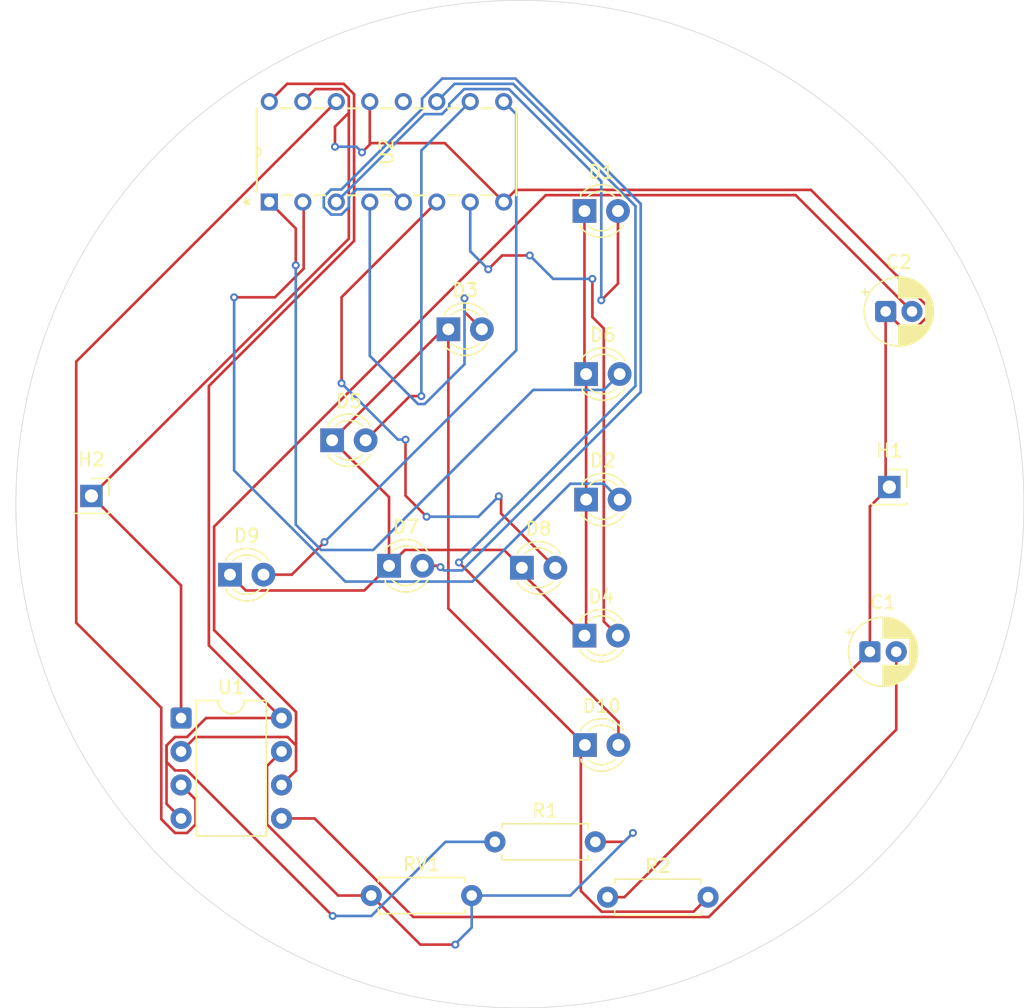
<source format=kicad_pcb>
(kicad_pcb (version 20241229) (generator "pcbnew") (generator_version "9.0")
  (layers (0 "F.Cu" signal) (2 "B.Cu" signal) (13 "F.Paste" user) (15 "B.Paste" user) (5 "F.SilkS" user "F.Silkscreen") (7 "B.SilkS" user "B.Silkscreen") (1 "F.Mask" user) (3 "B.Mask" user) (25 "Edge.Cuts" user))
  (net 0 "")
  (net 1 "GND")
  (net 2 "Net-(U1-CV)")
  (net 3 "TR")
  (net 4 "Net-(D1-K)")
  (net 5 "Net-(D1-A)")
  (net 6 "Net-(D2-A)")
  (net 7 "Net-(D3-A)")
  (net 8 "Net-(D4-A)")
  (net 9 "Net-(D5-A)")
  (net 10 "Net-(D6-A)")
  (net 11 "Net-(D7-A)")
  (net 12 "Net-(D8-A)")
  (net 13 "Net-(D9-A)")
  (net 14 "Net-(D10-A)")
  (net 15 "Net-(U1-DIS)")
  (net 16 "+5V")
  (net 17 "OUT")
  (footprint "rand:N16" (layer "F.Cu") (at 98.25 55.575 90)
    (property "Reference" "U2" (at -3.81 -8.89 90) (layer "F.SilkS"))
    (property "Value" "4017")
    (fp_text user "*" (at -7.62 -19.1897 90) (layer "F.SilkS"))
    (fp_text user "*" (at -7.62 -19.1897 90) (layer "F.SilkS"))
    (pad "1" thru_hole rect (at -7.62 -17.78 90) (size 1.2954 1.2954) (drill 0.7874) (layers "*.Cu" "*.Mask") (net 10 "Net-(D6-A)"))
    (pad "2" thru_hole circle (at -7.62 -15.24 90) (size 1.2954 1.2954) (drill 0.7874) (layers "*.Cu" "*.Mask") (net 6 "Net-(D2-A)"))
    (pad "3" thru_hole circle (at -7.62 -12.7 90) (size 1.2954 1.2954) (drill 0.7874) (layers "*.Cu" "*.Mask") (net 5 "Net-(D1-A)"))
    (pad "4" thru_hole circle (at -7.62 -10.16 90) (size 1.2954 1.2954) (drill 0.7874) (layers "*.Cu" "*.Mask") (net 7 "Net-(D3-A)"))
    (pad "5" thru_hole circle (at -7.62 -7.62 90) (size 1.2954 1.2954) (drill 0.7874) (layers "*.Cu" "*.Mask") (net 11 "Net-(D7-A)"))
    (pad "6" thru_hole circle (at -7.62 -5.08 90) (size 1.2954 1.2954) (drill 0.7874) (layers "*.Cu" "*.Mask") (net 12 "Net-(D8-A)"))
    (pad "7" thru_hole circle (at -7.62 -2.54 90) (size 1.2954 1.2954) (drill 0.7874) (layers "*.Cu" "*.Mask") (net 8 "Net-(D4-A)"))
    (pad "8" thru_hole circle (at -7.62 0 90) (size 1.2954 1.2954) (drill 0.7874) (layers "*.Cu" "*.Mask") (net 1 "GND"))
    (pad "9" thru_hole circle (at 0 0 90) (size 1.2954 1.2954) (drill 0.7874) (layers "*.Cu" "*.Mask") (net 13 "Net-(D9-A)"))
    (pad "10" thru_hole circle (at 0 -2.54 90) (size 1.2954 1.2954) (drill 0.7874) (layers "*.Cu" "*.Mask") (net 9 "Net-(D5-A)"))
    (pad "11" thru_hole circle (at 0 -5.08 90) (size 1.2954 1.2954) (drill 0.7874) (layers "*.Cu" "*.Mask") (net 14 "Net-(D10-A)"))
    (pad "12" thru_hole circle (at 0 -7.62 90) (size 1.2954 1.2954) (drill 0.7874) (layers "*.Cu" "*.Mask"))
    (pad "13" thru_hole circle (at 0 -10.16 90) (size 1.2954 1.2954) (drill 0.7874) (layers "*.Cu" "*.Mask") (net 1 "GND"))
    (pad "14" thru_hole circle (at 0 -12.7 90) (size 1.2954 1.2954) (drill 0.7874) (layers "*.Cu" "*.Mask") (net 17 "OUT"))
    (pad "15" thru_hole circle (at 0 -15.24 90) (size 1.2954 1.2954) (drill 0.7874) (layers "*.Cu" "*.Mask") (net 1 "GND"))
    (pad "16" thru_hole circle (at 0 -17.78 90) (size 1.2954 1.2954) (drill 0.7874) (layers "*.Cu" "*.Mask") (net 16 "+5V"))
  )
  (footprint "LED_THT:LED_D3.0mm" (layer "F.Cu") (at 94.05 72.85)
    (property "Reference" "D3" (at 1.27 -2.96 0) (layer "F.SilkS"))
    (property "Value" "LED")
    (pad "1" thru_hole rect (at 0 0) (size 1.8 1.8) (drill 0.9) (layers "*.Cu" "*.Mask") (net 4 "Net-(D1-K)"))
    (pad "2" thru_hole circle (at 2.54 0) (size 1.8 1.8) (drill 0.9) (layers "*.Cu" "*.Mask") (net 7 "Net-(D3-A)"))
  )
  (footprint "LED_THT:LED_D3.0mm" (layer "F.Cu") (at 104.5 85.775)
    (property "Reference" "D2" (at 1.27 -2.96 0) (layer "F.SilkS"))
    (property "Value" "LED")
    (pad "1" thru_hole rect (at 0 0) (size 1.8 1.8) (drill 0.9) (layers "*.Cu" "*.Mask") (net 4 "Net-(D1-K)"))
    (pad "2" thru_hole circle (at 2.54 0) (size 1.8 1.8) (drill 0.9) (layers "*.Cu" "*.Mask") (net 6 "Net-(D2-A)"))
  )
  (footprint "LED_THT:LED_D3.0mm" (layer "F.Cu") (at 85.235 81.275)
    (property "Reference" "D5" (at 1.27 -2.96 0) (layer "F.SilkS"))
    (property "Value" "LED")
    (pad "1" thru_hole rect (at 0 0) (size 1.8 1.8) (drill 0.9) (layers "*.Cu" "*.Mask") (net 4 "Net-(D1-K)"))
    (pad "2" thru_hole circle (at 2.54 0) (size 1.8 1.8) (drill 0.9) (layers "*.Cu" "*.Mask") (net 9 "Net-(D5-A)"))
  )
  (footprint "Capacitor_THT:CP_Radial_D5.0mm_P2.00mm" (layer "F.Cu") (at 126.025 97.325)
    (property "Reference" "C1" (at 1 -3.75 0) (layer "F.SilkS"))
    (property "Value" "0.01 uF")
    (pad "1" thru_hole roundrect (at 0 0) (size 1.6 1.6) (drill 0.8) (layers "*.Cu" "*.Mask") (roundrect_rratio 0.15625) (net 1 "GND"))
    (pad "2" thru_hole circle (at 2 0) (size 1.6 1.6) (drill 0.8) (layers "*.Cu" "*.Mask") (net 2 "Net-(U1-CV)"))
  )
  (footprint "Capacitor_THT:CP_Radial_D5.0mm_P2.00mm" (layer "F.Cu") (at 127.219888 71.5)
    (property "Reference" "C2" (at 1 -3.75 0) (layer "F.SilkS"))
    (property "Value" "1 uF")
    (pad "1" thru_hole roundrect (at 0 0) (size 1.6 1.6) (drill 0.8) (layers "*.Cu" "*.Mask") (roundrect_rratio 0.15625) (net 1 "GND"))
    (pad "2" thru_hole circle (at 2 0) (size 1.6 1.6) (drill 0.8) (layers "*.Cu" "*.Mask") (net 3 "TR"))
  )
  (footprint "Resistor_THT:R_Axial_DIN0207_L6.3mm_D2.5mm_P7.62mm_Horizontal" (layer "F.Cu") (at 88.2 115.825)
    (property "Reference" "RV1" (at 3.81 -2.37 0) (layer "F.SilkS"))
    (property "Value" "50k")
    (pad "1" thru_hole circle (at 0 0) (size 1.6 1.6) (drill 0.8) (layers "*.Cu" "*.Mask") (net 15 "Net-(U1-DIS)"))
    (pad "2" thru_hole circle (at 7.62 0) (size 1.6 1.6) (drill 0.8) (layers "*.Cu" "*.Mask") (net 15 "Net-(U1-DIS)"))
  )
  (footprint "Package_DIP:DIP-8_W7.62mm" (layer "F.Cu") (at 73.775 102.355)
    (property "Reference" "U1" (at 3.81 -2.33 0) (layer "F.SilkS"))
    (property "Value" "NE555P")
    (pad "1" thru_hole roundrect (at 0 0) (size 1.6 1.6) (drill 0.8) (layers "*.Cu" "*.Mask") (roundrect_rratio 0.15625) (net 1 "GND"))
    (pad "2" thru_hole circle (at 0 2.54) (size 1.6 1.6) (drill 0.8) (layers "*.Cu" "*.Mask") (net 3 "TR"))
    (pad "3" thru_hole circle (at 0 5.08) (size 1.6 1.6) (drill 0.8) (layers "*.Cu" "*.Mask") (net 17 "OUT"))
    (pad "4" thru_hole circle (at 0 7.62) (size 1.6 1.6) (drill 0.8) (layers "*.Cu" "*.Mask") (net 16 "+5V"))
    (pad "5" thru_hole circle (at 7.62 7.62) (size 1.6 1.6) (drill 0.8) (layers "*.Cu" "*.Mask") (net 2 "Net-(U1-CV)"))
    (pad "6" thru_hole circle (at 7.62 5.08) (size 1.6 1.6) (drill 0.8) (layers "*.Cu" "*.Mask") (net 3 "TR"))
    (pad "7" thru_hole circle (at 7.62 2.54) (size 1.6 1.6) (drill 0.8) (layers "*.Cu" "*.Mask") (net 15 "Net-(U1-DIS)"))
    (pad "8" thru_hole circle (at 7.62 0) (size 1.6 1.6) (drill 0.8) (layers "*.Cu" "*.Mask") (net 16 "+5V"))
  )
  (footprint "Resistor_THT:R_Axial_DIN0207_L6.3mm_D2.5mm_P7.62mm_Horizontal" (layer "F.Cu") (at 97.58 111.75)
    (property "Reference" "R1" (at 3.81 -2.37 0) (layer "F.SilkS"))
    (property "Value" "1K")
    (pad "1" thru_hole circle (at 0 0) (size 1.6 1.6) (drill 0.8) (layers "*.Cu" "*.Mask") (net 16 "+5V"))
    (pad "2" thru_hole circle (at 7.62 0) (size 1.6 1.6) (drill 0.8) (layers "*.Cu" "*.Mask") (net 15 "Net-(U1-DIS)"))
  )
  (footprint "LED_THT:LED_D3.0mm" (layer "F.Cu") (at 104.41 104.4)
    (property "Reference" "D10" (at 1.27 -2.96 0) (layer "F.SilkS"))
    (property "Value" "LED")
    (pad "1" thru_hole rect (at 0 0) (size 1.8 1.8) (drill 0.9) (layers "*.Cu" "*.Mask") (net 4 "Net-(D1-K)"))
    (pad "2" thru_hole circle (at 2.54 0) (size 1.8 1.8) (drill 0.9) (layers "*.Cu" "*.Mask") (net 14 "Net-(D10-A)"))
  )
  (footprint "Resistor_THT:R_Axial_DIN0207_L6.3mm_D2.5mm_P7.62mm_Horizontal" (layer "F.Cu") (at 106.13 115.95)
    (property "Reference" "R2" (at 3.81 -2.37 0) (layer "F.SilkS"))
    (property "Value" "470")
    (pad "1" thru_hole circle (at 0 0) (size 1.6 1.6) (drill 0.8) (layers "*.Cu" "*.Mask") (net 1 "GND"))
    (pad "2" thru_hole circle (at 7.62 0) (size 1.6 1.6) (drill 0.8) (layers "*.Cu" "*.Mask") (net 4 "Net-(D1-K)"))
  )
  (footprint "Connector_PinSocket_2.54mm:PinSocket_1x01_P2.54mm_Vertical" (layer "F.Cu") (at 127.5 84.825)
    (property "Reference" "H1" (at 0 -2.77 0) (layer "F.SilkS"))
    (property "Value" "MountingHole_Pad")
    (pad "1" thru_hole rect (at 0 0) (size 1.7 1.7) (drill 1) (layers "*.Cu" "*.Mask") (net 1 "GND"))
  )
  (footprint "Connector_PinSocket_2.54mm:PinSocket_1x01_P2.54mm_Vertical" (layer "F.Cu") (at 66.975 85.5)
    (property "Reference" "H2" (at 0 -2.77 0) (layer "F.SilkS"))
    (property "Value" "MountingHole_Pad")
    (pad "1" thru_hole rect (at 0 0) (size 1.7 1.7) (drill 1) (layers "*.Cu" "*.Mask") (net 1 "GND"))
  )
  (footprint "LED_THT:LED_D3.0mm" (layer "F.Cu") (at 104.375 63.875)
    (property "Reference" "D1" (at 1.27 -2.96 0) (layer "F.SilkS"))
    (property "Value" "LED")
    (pad "1" thru_hole rect (at 0 0) (size 1.8 1.8) (drill 0.9) (layers "*.Cu" "*.Mask") (net 4 "Net-(D1-K)"))
    (pad "2" thru_hole circle (at 2.54 0) (size 1.8 1.8) (drill 0.9) (layers "*.Cu" "*.Mask") (net 5 "Net-(D1-A)"))
  )
  (footprint "LED_THT:LED_D3.0mm" (layer "F.Cu") (at 77.485 91.475)
    (property "Reference" "D9" (at 1.27 -2.96 0) (layer "F.SilkS"))
    (property "Value" "LED")
    (pad "1" thru_hole rect (at 0 0) (size 1.8 1.8) (drill 0.9) (layers "*.Cu" "*.Mask") (net 4 "Net-(D1-K)"))
    (pad "2" thru_hole circle (at 2.54 0) (size 1.8 1.8) (drill 0.9) (layers "*.Cu" "*.Mask") (net 13 "Net-(D9-A)"))
  )
  (footprint "LED_THT:LED_D3.0mm" (layer "F.Cu") (at 104.5 76.25)
    (property "Reference" "D6" (at 1.27 -2.96 0) (layer "F.SilkS"))
    (property "Value" "LED")
    (pad "1" thru_hole rect (at 0 0) (size 1.8 1.8) (drill 0.9) (layers "*.Cu" "*.Mask") (net 4 "Net-(D1-K)"))
    (pad "2" thru_hole circle (at 2.54 0) (size 1.8 1.8) (drill 0.9) (layers "*.Cu" "*.Mask") (net 10 "Net-(D6-A)"))
  )
  (footprint "LED_THT:LED_D3.0mm" (layer "F.Cu") (at 89.55 90.8)
    (property "Reference" "D7" (at 1.27 -2.96 0) (layer "F.SilkS"))
    (property "Value" "LED")
    (pad "1" thru_hole rect (at 0 0) (size 1.8 1.8) (drill 0.9) (layers "*.Cu" "*.Mask") (net 4 "Net-(D1-K)"))
    (pad "2" thru_hole circle (at 2.54 0) (size 1.8 1.8) (drill 0.9) (layers "*.Cu" "*.Mask") (net 11 "Net-(D7-A)"))
  )
  (footprint "LED_THT:LED_D3.0mm" (layer "F.Cu") (at 104.375 96.1)
    (property "Reference" "D4" (at 1.27 -2.96 0) (layer "F.SilkS"))
    (property "Value" "LED")
    (pad "1" thru_hole rect (at 0 0) (size 1.8 1.8) (drill 0.9) (layers "*.Cu" "*.Mask") (net 4 "Net-(D1-K)"))
    (pad "2" thru_hole circle (at 2.54 0) (size 1.8 1.8) (drill 0.9) (layers "*.Cu" "*.Mask") (net 8 "Net-(D4-A)"))
  )
  (footprint "LED_THT:LED_D3.0mm" (layer "F.Cu") (at 99.625 90.95)
    (property "Reference" "D8" (at 1.27 -2.96 0) (layer "F.SilkS"))
    (property "Value" "LED")
    (pad "1" thru_hole rect (at 0 0) (size 1.8 1.8) (drill 0.9) (layers "*.Cu" "*.Mask") (net 4 "Net-(D1-K)"))
    (pad "2" thru_hole circle (at 2.54 0) (size 1.8 1.8) (drill 0.9) (layers "*.Cu" "*.Mask") (net 12 "Net-(D8-A)"))
  )
  (gr_circle (center 99.475 86.119768) (end 137.7 86.85) (stroke (width 0.05)) (fill no) (layer "Edge.Cuts"))
  (segment (start 127.219888 84.544888) (end 127.5 84.825) (width 0.2) (layer "F.Cu") (net 1))
  (segment (start 129.675938 72.601) (end 130.320888 71.95605) (width 0.2) (layer "F.Cu") (net 1))
  (segment (start 88.09 58.725) (end 88.09 58.8347) (width 0.2) (layer "F.Cu") (net 1))
  (segment (start 128.320888 72.601) (end 129.675938 72.601) (width 0.2) (layer "F.Cu") (net 1))
  (segment (start 86.4987 65.9763) (end 86.4987 56.425) (width 0.2) (layer "F.Cu") (net 1))
  (segment (start 127.219888 71.5) (end 128.320888 72.601) (width 0.2) (layer "F.Cu") (net 1))
  (segment (start 85.45 57.4737) (end 86.4987 56.425) (width 0.2) (layer "F.Cu") (net 1))
  (segment (start 86.4987 55.182035) (end 85.942965 54.6263) (width 0.2) (layer "F.Cu") (net 1))
  (segment (start 88.09 55.575) (end 88.09 58.725) (width 0.2) (layer "F.Cu") (net 1))
  (segment (start 85.45 59) (end 85.45 57.4737) (width 0.2) (layer "F.Cu") (net 1))
  (segment (start 85.942965 54.6263) (end 83.9587 54.6263) (width 0.2) (layer "F.Cu") (net 1))
  (segment (start 88.09 58.8347) (end 87.4997 59.425) (width 0.2) (layer "F.Cu") (net 1))
  (segment (start 126.025 97.325) (end 126.025 86.3) (width 0.2) (layer "F.Cu") (net 1))
  (segment (start 83.9587 54.6263) (end 83.01 55.575) (width 0.2) (layer "F.Cu") (net 1))
  (segment (start 126.025 86.3) (end 127.5 84.825) (width 0.2) (layer "F.Cu") (net 1))
  (segment (start 73.775 102.355) (end 73.775 92.3) (width 0.2) (layer "F.Cu") (net 1))
  (segment (start 66.975 85.5) (end 86.4987 65.9763) (width 0.2) (layer "F.Cu") (net 1))
  (segment (start 86.4987 56.425) (end 86.4987 55.182035) (width 0.2) (layer "F.Cu") (net 1))
  (segment (start 99.172 62.273) (end 98.25 63.195) (width 0.2) (layer "F.Cu") (net 1))
  (segment (start 73.775 92.3) (end 66.975 85.5) (width 0.2) (layer "F.Cu") (net 1))
  (segment (start 106.13 115.95) (end 107.4 115.95) (width 0.2) (layer "F.Cu") (net 1))
  (segment (start 130.320888 71.04395) (end 121.549938 62.273) (width 0.2) (layer "F.Cu") (net 1))
  (segment (start 93.78 58.725) (end 88.09 58.725) (width 0.2) (layer "F.Cu") (net 1))
  (segment (start 127.219888 71.5) (end 127.219888 84.544888) (width 0.2) (layer "F.Cu") (net 1))
  (segment (start 107.4 115.95) (end 126.025 97.325) (width 0.2) (layer "F.Cu") (net 1))
  (segment (start 121.549938 62.273) (end 99.172 62.273) (width 0.2) (layer "F.Cu") (net 1))
  (segment (start 98.25 63.195) (end 93.78 58.725) (width 0.2) (layer "F.Cu") (net 1))
  (segment (start 130.320888 71.95605) (end 130.320888 71.04395) (width 0.2) (layer "F.Cu") (net 1))
  (via (at 85.45 59) (size 0.6) (drill 0.3) (layers "F.Cu" "B.Cu") (net 1))
  (via (at 87.4997 59.425) (size 0.6) (drill 0.3) (layers "F.Cu" "B.Cu") (net 1))
  (segment (start 87.4997 59.425) (end 87.0747 59) (width 0.2) (layer "B.Cu") (net 1))
  (segment (start 87.0747 59) (end 85.45 59) (width 0.2) (layer "B.Cu") (net 1))
  (segment (start 83.90705 109.975) (end 81.395 109.975) (width 0.2) (layer "F.Cu") (net 2))
  (segment (start 128.025 97.325) (end 128.025 103.23205) (width 0.2) (layer "F.Cu") (net 2))
  (segment (start 91.38405 117.452) (end 83.90705 109.975) (width 0.2) (layer "F.Cu") (net 2))
  (segment (start 128.025 103.23205) (end 113.80505 117.452) (width 0.2) (layer "F.Cu") (net 2))
  (segment (start 113.80505 117.452) (end 91.38405 117.452) (width 0.2) (layer "F.Cu") (net 2))
  (segment (start 82.496 104.329) (end 82.441025 104.383975) (width 0.2) (layer "F.Cu") (net 3))
  (segment (start 82.496 106.334) (end 82.496 104.43895) (width 0.2) (layer "F.Cu") (net 3))
  (segment (start 81.395 107.435) (end 82.496 106.334) (width 0.2) (layer "F.Cu") (net 3))
  (segment (start 76.284 87.824) (end 76.284 95.68695) (width 0.2) (layer "F.Cu") (net 3))
  (segment (start 82.496 104.43895) (end 82.441025 104.383975) (width 0.2) (layer "F.Cu") (net 3))
  (segment (start 81.85105 103.794) (end 74.876 103.794) (width 0.2) (layer "F.Cu") (net 3))
  (segment (start 101.434 62.674) (end 76.284 87.824) (width 0.2) (layer "F.Cu") (net 3))
  (segment (start 120.393888 62.674) (end 101.434 62.674) (width 0.2) (layer "F.Cu") (net 3))
  (segment (start 76.284 95.68695) (end 82.496 101.89895) (width 0.2) (layer "F.Cu") (net 3))
  (segment (start 74.876 103.794) (end 73.775 104.895) (width 0.2) (layer "F.Cu") (net 3))
  (segment (start 82.441025 104.383975) (end 81.85105 103.794) (width 0.2) (layer "F.Cu") (net 3))
  (segment (start 82.496 101.89895) (end 82.496 104.329) (width 0.2) (layer "F.Cu") (net 3))
  (segment (start 129.219888 71.5) (end 120.393888 62.674) (width 0.2) (layer "F.Cu") (net 3))
  (segment (start 87.674 92.676) (end 78.686 92.676) (width 0.2) (layer "F.Cu") (net 4))
  (segment (start 112.649 117.051) (end 105.67395 117.051) (width 0.2) (layer "F.Cu") (net 4))
  (segment (start 104.5 76.25) (end 104.5 85.775) (width 0.2) (layer "F.Cu") (net 4))
  (segment (start 93.66 72.85) (end 94.05 72.85) (width 0.2) (layer "F.Cu") (net 4))
  (segment (start 104.5 95.975) (end 104.375 96.1) (width 0.2) (layer "F.Cu") (net 4))
  (segment (start 85.235 81.275) (end 93.66 72.85) (width 0.2) (layer "F.Cu") (net 4))
  (segment (start 78.686 92.676) (end 77.485 91.475) (width 0.2) (layer "F.Cu") (net 4))
  (segment (start 89.55 85.59) (end 85.235 81.275) (width 0.2) (layer "F.Cu") (net 4))
  (segment (start 105.67395 117.051) (end 104.099 115.47605) (width 0.2) (layer "F.Cu") (net 4))
  (segment (start 94.05 94.04) (end 104.41 104.4) (width 0.2) (layer "F.Cu") (net 4))
  (segment (start 94.05 72.85) (end 94.05 94.04) (width 0.2) (layer "F.Cu") (net 4))
  (segment (start 89.55 90.8) (end 87.674 92.676) (width 0.2) (layer "F.Cu") (net 4))
  (segment (start 104.375 76.125) (end 104.5 76.25) (width 0.2) (layer "F.Cu") (net 4))
  (segment (start 104.099 104.711) (end 104.41 104.4) (width 0.2) (layer "F.Cu") (net 4))
  (segment (start 113.75 115.95) (end 112.649 117.051) (width 0.2) (layer "F.Cu") (net 4))
  (segment (start 99.625 90.95) (end 99.625 91.35) (width 0.2) (layer "F.Cu") (net 4))
  (segment (start 104.375 63.875) (end 104.375 76.125) (width 0.2) (layer "F.Cu") (net 4))
  (segment (start 99.625 90.95) (end 98.274 89.599) (width 0.2) (layer "F.Cu") (net 4))
  (segment (start 98.274 89.599) (end 90.751 89.599) (width 0.2) (layer "F.Cu") (net 4))
  (segment (start 89.55 90.8) (end 89.55 85.59) (width 0.2) (layer "F.Cu") (net 4))
  (segment (start 99.625 91.35) (end 104.375 96.1) (width 0.2) (layer "F.Cu") (net 4))
  (segment (start 104.5 85.775) (end 104.5 95.975) (width 0.2) (layer "F.Cu") (net 4))
  (segment (start 90.751 89.599) (end 89.55 90.8) (width 0.2) (layer "F.Cu") (net 4))
  (segment (start 104.099 115.47605) (end 104.099 104.711) (width 0.2) (layer "F.Cu") (net 4))
  (segment (start 106.915 69.385) (end 105.65 70.65) (width 0.2) (layer "F.Cu") (net 5))
  (segment (start 106.915 63.875) (end 106.915 69.385) (width 0.2) (layer "F.Cu") (net 5))
  (via (at 105.65 70.65) (size 0.6) (drill 0.3) (layers "F.Cu" "B.Cu") (net 5))
  (segment (start 105.65 61.633335) (end 98.642965 54.6263) (width 0.2) (layer "B.Cu") (net 5))
  (segment (start 94.1187 55.967965) (end 93.562965 56.5237) (width 0.2) (layer "B.Cu") (net 5))
  (segment (start 95.250735 54.6263) (end 94.1187 55.758335) (width 0.2) (layer "B.Cu") (net 5))
  (segment (start 105.65 70.65) (end 105.65 61.633335) (width 0.2) (layer "B.Cu") (net 5))
  (segment (start 94.1187 55.758335) (end 94.1187 55.967965) (width 0.2) (layer "B.Cu") (net 5))
  (segment (start 93.562965 56.5237) (end 92.2213 56.5237) (width 0.2) (layer "B.Cu") (net 5))
  (segment (start 98.642965 54.6263) (end 95.250735 54.6263) (width 0.2) (layer "B.Cu") (net 5))
  (segment (start 92.2213 56.5237) (end 85.55 63.195) (width 0.2) (layer "B.Cu") (net 5))
  (segment (start 83.01 63.195) (end 83.076 63.261) (width 0.2) (layer "F.Cu") (net 6))
  (segment (start 80.899943 70.425) (end 77.8 70.425) (width 0.2) (layer "F.Cu") (net 6))
  (segment (start 83.076 63.261) (end 83.076 68.248943) (width 0.2) (layer "F.Cu") (net 6))
  (segment (start 83.076 68.248943) (end 80.899943 70.425) (width 0.2) (layer "F.Cu") (net 6))
  (via (at 77.8 70.425) (size 0.6) (drill 0.3) (layers "F.Cu" "B.Cu") (net 6))
  (segment (start 103.299 84.574) (end 105.839 84.574) (width 0.2) (layer "B.Cu") (net 6))
  (segment (start 105.839 84.574) (end 107.04 85.775) (width 0.2) (layer "B.Cu") (net 6))
  (segment (start 77.8 70.425) (end 77.8 83.567043) (width 0.2) (layer "B.Cu") (net 6))
  (segment (start 86.233957 92.001) (end 95.872 92.001) (width 0.2) (layer "B.Cu") (net 6))
  (segment (start 95.872 92.001) (end 103.299 84.574) (width 0.2) (layer "B.Cu") (net 6))
  (segment (start 77.8 83.567043) (end 86.233957 92.001) (width 0.2) (layer "B.Cu") (net 6))
  (segment (start 95.275 71.535) (end 95.275 70.5) (width 0.2) (layer "F.Cu") (net 7))
  (segment (start 96.59 72.85) (end 95.275 71.535) (width 0.2) (layer "F.Cu") (net 7))
  (via (at 95.275 70.5) (size 0.6) (drill 0.3) (layers "F.Cu" "B.Cu") (net 7))
  (segment (start 91.751057 78.526) (end 88.09 74.864943) (width 0.2) (layer "B.Cu") (net 7))
  (segment (start 88.09 74.864943) (end 88.09 63.195) (width 0.2) (layer "B.Cu") (net 7))
  (segment (start 95.275 75.499943) (end 92.248943 78.526) (width 0.2) (layer "B.Cu") (net 7))
  (segment (start 92.248943 78.526) (end 91.751057 78.526) (width 0.2) (layer "B.Cu") (net 7))
  (segment (start 95.275 70.5) (end 95.275 75.499943) (width 0.2) (layer "B.Cu") (net 7))
  (segment (start 104.975 71.925) (end 104.975 69.025) (width 0.2) (layer "F.Cu") (net 8))
  (segment (start 98.125 67.25) (end 97.075 68.3) (width 0.2) (layer "F.Cu") (net 8))
  (segment (start 105.839 95.024) (end 105.839 72.789) (width 0.2) (layer "F.Cu") (net 8))
  (segment (start 106.915 96.1) (end 105.839 95.024) (width 0.2) (layer "F.Cu") (net 8))
  (segment (start 100.225 67.25) (end 98.125 67.25) (width 0.2) (layer "F.Cu") (net 8))
  (segment (start 105.839 72.789) (end 104.975 71.925) (width 0.2) (layer "F.Cu") (net 8))
  (via (at 97.075 68.3) (size 0.6) (drill 0.3) (layers "F.Cu" "B.Cu") (net 8))
  (via (at 100.225 67.25) (size 0.6) (drill 0.3) (layers "F.Cu" "B.Cu") (net 8))
  (via (at 104.975 69.025) (size 0.6) (drill 0.3) (layers "F.Cu" "B.Cu") (net 8))
  (segment (start 95.71 66.935) (end 95.71 63.195) (width 0.2) (layer "B.Cu") (net 8))
  (segment (start 102 69.025) (end 100.225 67.25) (width 0.2) (layer "B.Cu") (net 8))
  (segment (start 104.975 69.025) (end 102 69.025) (width 0.2) (layer "B.Cu") (net 8))
  (segment (start 97.075 68.3) (end 95.71 66.935) (width 0.2) (layer "B.Cu") (net 8))
  (segment (start 87.775 81.275) (end 91.125 77.925) (width 0.2) (layer "F.Cu") (net 9))
  (segment (start 91.125 77.925) (end 92 77.925) (width 0.2) (layer "F.Cu") (net 9))
  (via (at 92 77.925) (size 0.6) (drill 0.3) (layers "F.Cu" "B.Cu") (net 9))
  (segment (start 92 59.285) (end 95.71 55.575) (width 0.2) (layer "B.Cu") (net 9))
  (segment (start 92 77.925) (end 92 59.285) (width 0.2) (layer "B.Cu") (net 9))
  (segment (start 80.47 63.195) (end 82.475 65.2) (width 0.2) (layer "F.Cu") (net 10))
  (segment (start 82.475 65.2) (end 82.475 68) (width 0.2) (layer "F.Cu") (net 10))
  (via (at 82.475 68) (size 0.6) (drill 0.3) (layers "F.Cu" "B.Cu") (net 10))
  (segment (start 82.475 68) (end 82.475 87.674943) (width 0.2) (layer "B.Cu") (net 10))
  (segment (start 100.499 77.451) (end 105.839 77.451) (width 0.2) (layer "B.Cu") (net 10))
  (segment (start 84.401057 89.601) (end 88.349 89.601) (width 0.2) (layer "B.Cu") (net 10))
  (segment (start 82.475 87.674943) (end 84.401057 89.601) (width 0.2) (layer "B.Cu") (net 10))
  (segment (start 105.839 77.451) (end 107.04 76.25) (width 0.2) (layer "B.Cu") (net 10))
  (segment (start 88.349 89.601) (end 100.499 77.451) (width 0.2) (layer "B.Cu") (net 10))
  (segment (start 93.35 90.8) (end 93.45 90.9) (width 0.2) (layer "F.Cu") (net 11))
  (segment (start 92.09 90.8) (end 93.35 90.8) (width 0.2) (layer "F.Cu") (net 11))
  (via (at 93.45 90.9) (size 0.6) (drill 0.3) (layers "F.Cu" "B.Cu") (net 11))
  (segment (start 108.642 63.336429) (end 99.129871 53.8243) (width 0.2) (layer "B.Cu") (net 11))
  (segment (start 99.129871 53.8243) (end 93.579035 53.8243) (width 0.2) (layer "B.Cu") (net 11))
  (segment (start 85.157035 62.2463) (end 84.6013 62.802035) (width 0.2) (layer "B.Cu") (net 11))
  (segment (start 84.6013 63.587965) (end 85.157035 64.1437) (width 0.2) (layer "B.Cu") (net 11))
  (segment (start 92.0552 56.1227) (end 85.9316 62.2463) (width 0.2) (layer "B.Cu") (net 11))
  (segment (start 93.701 91.151) (end 95.098943 91.151) (width 0.2) (layer "B.Cu") (net 11))
  (segment (start 85.157035 64.1437) (end 85.942965 64.1437) (width 0.2) (layer "B.Cu") (net 11))
  (segment (start 95.098943 91.151) (end 108.642 77.607943) (width 0.2) (layer "B.Cu") (net 11))
  (segment (start 93.45 90.9) (end 93.701 91.151) (width 0.2) (layer "B.Cu") (net 11))
  (segment (start 93.579035 53.8243) (end 92.0552 55.348135) (width 0.2) (layer "B.Cu") (net 11))
  (segment (start 86.4987 63.587965) (end 86.4987 62.8134) (width 0.2) (layer "B.Cu") (net 11))
  (segment (start 84.6013 62.802035) (end 84.6013 63.587965) (width 0.2) (layer "B.Cu") (net 11))
  (segment (start 87.0861 62.226) (end 89.661 62.226) (width 0.2) (layer "B.Cu") (net 11))
  (segment (start 92.0552 55.348135) (end 92.0552 56.1227) (width 0.2) (layer "B.Cu") (net 11))
  (segment (start 89.661 62.226) (end 90.63 63.195) (width 0.2) (layer "B.Cu") (net 11))
  (segment (start 86.4987 62.8134) (end 87.0861 62.226) (width 0.2) (layer "B.Cu") (net 11))
  (segment (start 85.9316 62.2463) (end 85.157035 62.2463) (width 0.2) (layer "B.Cu") (net 11))
  (segment (start 85.942965 64.1437) (end 86.4987 63.587965) (width 0.2) (layer "B.Cu") (net 11))
  (segment (start 108.642 77.607943) (end 108.642 63.336429) (width 0.2) (layer "B.Cu") (net 11))
  (segment (start 90.8 85.475) (end 92.4 87.075) (width 0.2) (layer "F.Cu") (net 12))
  (segment (start 98.05 85.7) (end 98.05 86.835) (width 0.2) (layer "F.Cu") (net 12))
  (segment (start 85.95 70.415) (end 85.95 76.95) (width 0.2) (layer "F.Cu") (net 12))
  (segment (start 90.8 81.225) (end 90.8 85.475) (width 0.2) (layer "F.Cu") (net 12))
  (segment (start 98.05 86.835) (end 102.165 90.95) (width 0.2) (layer "F.Cu") (net 12))
  (segment (start 97.875 85.525) (end 98.05 85.7) (width 0.2) (layer "F.Cu") (net 12))
  (segment (start 93.17 63.195) (end 85.95 70.415) (width 0.2) (layer "F.Cu") (net 12))
  (via (at 85.95 76.95) (size 0.6) (drill 0.3) (layers "F.Cu" "B.Cu") (net 12))
  (via (at 92.4 87.075) (size 0.6) (drill 0.3) (layers "F.Cu" "B.Cu") (net 12))
  (via (at 97.875 85.525) (size 0.6) (drill 0.3) (layers "F.Cu" "B.Cu") (net 12))
  (via (at 90.8 81.225) (size 0.6) (drill 0.3) (layers "F.Cu" "B.Cu") (net 12))
  (segment (start 90.225 81.225) (end 90.8 81.225) (width 0.2) (layer "B.Cu") (net 12))
  (segment (start 92.4 87.075) (end 96.325 87.075) (width 0.2) (layer "B.Cu") (net 12))
  (segment (start 96.325 87.075) (end 97.875 85.525) (width 0.2) (layer "B.Cu") (net 12))
  (segment (start 85.95 76.95) (end 90.225 81.225) (width 0.2) (layer "B.Cu") (net 12))
  (segment (start 82.175 91.475) (end 84.65 89) (width 0.2) (layer "F.Cu") (net 13))
  (segment (start 80.025 91.475) (end 82.175 91.475) (width 0.2) (layer "F.Cu") (net 13))
  (via (at 84.65 89) (size 0.6) (drill 0.3) (layers "F.Cu" "B.Cu") (net 13))
  (segment (start 84.65 89) (end 99.1987 74.4513) (width 0.2) (layer "B.Cu") (net 13))
  (segment (start 99.1987 74.4513) (end 99.1987 56.5237) (width 0.2) (layer "B.Cu") (net 13))
  (segment (start 99.1987 56.5237) (end 98.25 55.575) (width 0.2) (layer "B.Cu") (net 13))
  (segment (start 106.95 102.65) (end 94.85 90.55) (width 0.2) (layer "F.Cu") (net 14))
  (segment (start 106.95 104.4) (end 106.95 102.65) (width 0.2) (layer "F.Cu") (net 14))
  (via (at 94.85 90.55) (size 0.6) (drill 0.3) (layers "F.Cu" "B.Cu") (net 14))
  (segment (start 94.5197 54.2253) (end 93.17 55.575) (width 0.2) (layer "B.Cu") (net 14))
  (segment (start 94.85 90.55) (end 108.241 77.159) (width 0.2) (layer "B.Cu") (net 14))
  (segment (start 98.963771 54.2253) (end 94.5197 54.2253) (width 0.2) (layer "B.Cu") (net 14))
  (segment (start 108.241 77.159) (end 108.241 63.502529) (width 0.2) (layer "B.Cu") (net 14))
  (segment (start 108.241 63.502529) (end 98.963771 54.2253) (width 0.2) (layer "B.Cu") (net 14))
  (segment (start 85.68795 115.825) (end 88.2 115.825) (width 0.2) (layer "F.Cu") (net 15))
  (segment (start 105.2 111.75) (end 107.375 111.75) (width 0.2) (layer "F.Cu") (net 15))
  (segment (start 91.925 119.55) (end 94.575 119.55) (width 0.2) (layer "F.Cu") (net 15))
  (segment (start 88.2 115.825) (end 91.925 119.55) (width 0.2) (layer "F.Cu") (net 15))
  (segment (start 81.395 104.895) (end 80.294 105.996) (width 0.2) (layer "F.Cu") (net 15))
  (segment (start 80.294 110.43105) (end 85.68795 115.825) (width 0.2) (layer "F.Cu") (net 15))
  (segment (start 107.375 111.75) (end 108.05 111.075) (width 0.2) (layer "F.Cu") (net 15))
  (segment (start 80.294 105.996) (end 80.294 110.43105) (width 0.2) (layer "F.Cu") (net 15))
  (via (at 108.05 111.075) (size 0.6) (drill 0.3) (layers "F.Cu" "B.Cu") (net 15))
  (via (at 94.575 119.55) (size 0.6) (drill 0.3) (layers "F.Cu" "B.Cu") (net 15))
  (segment (start 95.82 118.255) (end 95.82 115.825) (width 0.2) (layer "B.Cu") (net 15))
  (segment (start 94.575 119.5) (end 95.82 118.255) (width 0.2) (layer "B.Cu") (net 15))
  (segment (start 103.3 115.825) (end 95.82 115.825) (width 0.2) (layer "B.Cu") (net 15))
  (segment (start 108.05 111.075) (end 103.3 115.825) (width 0.2) (layer "B.Cu") (net 15))
  (segment (start 94.575 119.55) (end 94.575 119.5) (width 0.2) (layer "B.Cu") (net 15))
  (segment (start 73.31895 103.794) (end 72.674 104.43895) (width 0.2) (layer "F.Cu") (net 16))
  (segment (start 72.674 108.874) (end 73.775 109.975) (width 0.2) (layer "F.Cu") (net 16))
  (segment (start 81.8197 54.2253) (end 80.47 55.575) (width 0.2) (layer "F.Cu") (net 16))
  (segment (start 72.674 105.68905) (end 73.31895 106.334) (width 0.2) (layer "F.Cu") (net 16))
  (segment (start 74.23105 103.794) (end 73.31895 103.794) (width 0.2) (layer "F.Cu") (net 16))
  (segment (start 72.674 104.43895) (end 72.674 105.68905) (width 0.2) (layer "F.Cu") (net 16))
  (segment (start 81.395 102.355) (end 75.883 96.843) (width 0.2) (layer "F.Cu") (net 16))
  (segment (start 72.674 104.43895) (end 72.674 108.874) (width 0.2) (layer "F.Cu") (net 16))
  (segment (start 75.67005 102.355) (end 74.23105 103.794) (width 0.2) (layer "F.Cu") (net 16))
  (segment (start 73.31895 106.334) (end 74.234 106.334) (width 0.2) (layer "F.Cu") (net 16))
  (segment (start 75.883 96.843) (end 75.883 77.1591) (width 0.2) (layer "F.Cu") (net 16))
  (segment (start 75.883 77.1591) (end 86.8997 66.1424) (width 0.2) (layer "F.Cu") (net 16))
  (segment (start 86.8997 55.015935) (end 86.109065 54.2253) (width 0.2) (layer "F.Cu") (net 16))
  (segment (start 74.234 106.334) (end 85.275 117.375) (width 0.2) (layer "F.Cu") (net 16))
  (segment (start 81.395 102.355) (end 75.67005 102.355) (width 0.2) (layer "F.Cu") (net 16))
  (segment (start 86.109065 54.2253) (end 81.8197 54.2253) (width 0.2) (layer "F.Cu") (net 16))
  (segment (start 86.8997 66.1424) (end 86.8997 55.015935) (width 0.2) (layer "F.Cu") (net 16))
  (via (at 85.275 117.375) (size 0.6) (drill 0.3) (layers "F.Cu" "B.Cu") (net 16))
  (segment (start 88.20705 117.375) (end 93.83205 111.75) (width 0.2) (layer "B.Cu") (net 16))
  (segment (start 85.275 117.375) (end 88.20705 117.375) (width 0.2) (layer "B.Cu") (net 16))
  (segment (start 93.83205 111.75) (end 97.58 111.75) (width 0.2) (layer "B.Cu") (net 16))
  (segment (start 74.23105 111.076) (end 73.31895 111.076) (width 0.2) (layer "F.Cu") (net 17))
  (segment (start 74.876 108.536) (end 74.876 110.43105) (width 0.2) (layer "F.Cu") (net 17))
  (segment (start 74.876 110.43105) (end 74.23105 111.076) (width 0.2) (layer "F.Cu") (net 17))
  (segment (start 65.824 95.126) (end 65.824 75.301) (width 0.2) (layer "F.Cu") (net 17))
  (segment (start 65.824 75.301) (end 85.55 55.575) (width 0.2) (layer "F.Cu") (net 17))
  (segment (start 72.273 110.03005) (end 72.273 101.575) (width 0.2) (layer "F.Cu") (net 17))
  (segment (start 73.31895 111.076) (end 72.273 110.03005) (width 0.2) (layer "F.Cu") (net 17))
  (segment (start 73.775 107.435) (end 74.876 108.536) (width 0.2) (layer "F.Cu") (net 17))
  (segment (start 72.273 101.575) (end 65.824 95.126) (width 0.2) (layer "F.Cu") (net 17))
)
</source>
